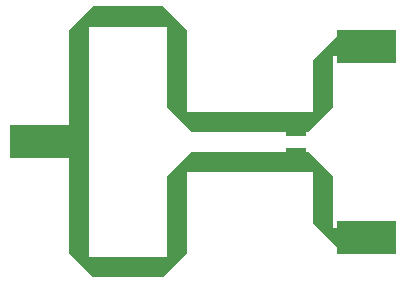
<source format=gbr>
G04 AWR Design Environment 16.0 *
G04 RS274-X Output Version 0.1 *
%FSLAX36Y36*%
%MOMM*%
%SFA1B1*%
%ADD10C,.010*%

G36*
X-7935001Y-6990001D02*
X-2935001D01*
Y-4200001D01*
X-7935001D01*
Y-6990001D01*
G37*
G36*
X19797599Y1121519D02*
X24797599D01*
Y3911519D01*
X19797599D01*
Y1121519D01*
G37*
G36*
X19797599Y-15101521D02*
X24797599D01*
Y-12311521D01*
X19797599D01*
Y-15101521D01*
G37*
G36*
X-2935001Y-4200001D02*
X-1235001D01*
Y-6990001D01*
X-2935001D01*
Y-4200001D01*
G37*
G36*
X7464559Y-4766521D02*
X15464559D01*
Y-3066521D01*
X7464559D01*
Y-4766521D01*
G37*
G36*
X7464559Y-8123481D02*
X15464559D01*
Y-6423481D01*
X7464559D01*
Y-8123481D01*
G37*
G36*
X-2935001Y3799999D02*
X-868481Y5866519D01*
Y4166519D01*
X-1235001D01*
Y3799999D01*
X-2935001D01*
G37*
G36*
X7464559Y-4766521D02*
X5398039Y-2700001D01*
X7098039D01*
Y-3066521D01*
X7464559D01*
Y-4766521D01*
G37*
G36*
X5031519Y5866519D02*
X7098039Y3799999D01*
X5398039D01*
Y4166519D01*
X5031519D01*
Y5866519D01*
G37*
G36*
X-868481Y-17056521D02*
X-2935001Y-14990001D01*
X-1235001D01*
Y-15356521D01*
X-868481D01*
Y-17056521D01*
G37*
G36*
X5398039Y-8490001D02*
X7464559Y-6423481D01*
Y-8123481D01*
X7098039D01*
Y-8490001D01*
X5398039D01*
G37*
G36*
X7098039Y-14990001D02*
X5031519Y-17056521D01*
Y-15356521D01*
X5398039D01*
Y-14990001D01*
X7098039D01*
G37*
G36*
X-1235001Y-4200001D02*
Y3799999D01*
X-2935001D01*
Y-4200001D01*
X-1235001D01*
G37*
G36*
X5398039Y3799999D02*
Y-2700001D01*
X7098039D01*
Y3799999D01*
X5398039D01*
G37*
G36*
X-868481Y4166519D02*
X5031519D01*
Y5866519D01*
X-868481D01*
Y4166519D01*
G37*
G36*
X-1235001Y-14990001D02*
Y-6990001D01*
X-2935001D01*
Y-14990001D01*
X-1235001D01*
G37*
G36*
X-868481Y-17056521D02*
X5031519D01*
Y-15356521D01*
X-868481D01*
Y-17056521D01*
G37*
G36*
X5398039Y-8490001D02*
Y-14990001D01*
X7098039D01*
Y-8490001D01*
X5398039D01*
G37*
G36*
X17164559Y-5066521D02*
Y-4766521D01*
X15464559D01*
Y-5066521D01*
X17164559D01*
G37*
G36*
X15464559Y-4766521D02*
Y-3066521D01*
X17164559D01*
Y-4766521D01*
X15464559D01*
G37*
G36*
X17164559Y-4766521D02*
X17364559D01*
Y-3066521D01*
X17164559D01*
Y-4766521D01*
G37*
G36*
X17164559Y-6423481D02*
Y-8123481D01*
X15464559D01*
Y-6423481D01*
X17164559D01*
G37*
G36*
X17164559Y-6423481D02*
Y-6123481D01*
X15464559D01*
Y-6423481D01*
X17164559D01*
G37*
G36*
X17164559Y-8123481D02*
X17364559D01*
Y-6423481D01*
X17164559D01*
Y-8123481D01*
G37*
G36*
X17364559Y-6423481D02*
X19431079Y-8490001D01*
X17731079D01*
Y-8123481D01*
X17364559D01*
Y-6423481D01*
G37*
G36*
X19431079Y-2700001D02*
X17364559Y-4766521D01*
Y-3066521D01*
X17731079D01*
Y-2700001D01*
X19431079D01*
G37*
G36*
X19431079Y-12490001D02*
Y-8490001D01*
X17731079D01*
Y-12490001D01*
X19431079D01*
G37*
G36*
X19797599Y-14556521D02*
X17731079Y-12490001D01*
X19431079D01*
Y-12856521D01*
X19797599D01*
Y-14556521D01*
G37*
G36*
X19431079Y-2700001D02*
Y1299999D01*
X17731079D01*
Y-2700001D01*
X19431079D01*
G37*
G36*
X17731079Y1299999D02*
X19797599Y3366519D01*
Y1666519D01*
X19431079D01*
Y1299999D01*
X17731079D01*
G37*
M02*
G04 End of Data *

</source>
